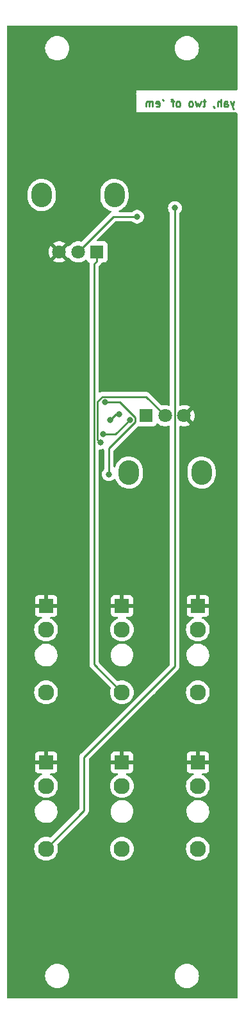
<source format=gbr>
%TF.GenerationSoftware,KiCad,Pcbnew,7.0.1*%
%TF.CreationDate,2023-04-20T06:23:29-07:00*%
%TF.ProjectId,wissystem_vca1,77697373-7973-4746-956d-5f766361312e,rev?*%
%TF.SameCoordinates,Original*%
%TF.FileFunction,Copper,L2,Bot*%
%TF.FilePolarity,Positive*%
%FSLAX46Y46*%
G04 Gerber Fmt 4.6, Leading zero omitted, Abs format (unit mm)*
G04 Created by KiCad (PCBNEW 7.0.1) date 2023-04-20 06:23:29*
%MOMM*%
%LPD*%
G01*
G04 APERTURE LIST*
%ADD10C,0.250000*%
%TA.AperFunction,NonConductor*%
%ADD11C,0.250000*%
%TD*%
%TA.AperFunction,ComponentPad*%
%ADD12O,2.720000X3.240000*%
%TD*%
%TA.AperFunction,ComponentPad*%
%ADD13R,1.800000X1.800000*%
%TD*%
%TA.AperFunction,ComponentPad*%
%ADD14C,1.800000*%
%TD*%
%TA.AperFunction,ComponentPad*%
%ADD15R,1.930000X1.830000*%
%TD*%
%TA.AperFunction,ComponentPad*%
%ADD16C,2.130000*%
%TD*%
%TA.AperFunction,ViaPad*%
%ADD17C,0.800000*%
%TD*%
%TA.AperFunction,Conductor*%
%ADD18C,0.250000*%
%TD*%
G04 APERTURE END LIST*
D10*
D11*
X50047542Y-30046552D02*
X49809447Y-30713219D01*
X49571352Y-30046552D02*
X49809447Y-30713219D01*
X49809447Y-30713219D02*
X49904685Y-30951314D01*
X49904685Y-30951314D02*
X49952304Y-30998933D01*
X49952304Y-30998933D02*
X50047542Y-31046552D01*
X48761828Y-30713219D02*
X48761828Y-30189409D01*
X48761828Y-30189409D02*
X48809447Y-30094171D01*
X48809447Y-30094171D02*
X48904685Y-30046552D01*
X48904685Y-30046552D02*
X49095161Y-30046552D01*
X49095161Y-30046552D02*
X49190399Y-30094171D01*
X48761828Y-30665600D02*
X48857066Y-30713219D01*
X48857066Y-30713219D02*
X49095161Y-30713219D01*
X49095161Y-30713219D02*
X49190399Y-30665600D01*
X49190399Y-30665600D02*
X49238018Y-30570361D01*
X49238018Y-30570361D02*
X49238018Y-30475123D01*
X49238018Y-30475123D02*
X49190399Y-30379885D01*
X49190399Y-30379885D02*
X49095161Y-30332266D01*
X49095161Y-30332266D02*
X48857066Y-30332266D01*
X48857066Y-30332266D02*
X48761828Y-30284647D01*
X48285637Y-30713219D02*
X48285637Y-29713219D01*
X47857066Y-30713219D02*
X47857066Y-30189409D01*
X47857066Y-30189409D02*
X47904685Y-30094171D01*
X47904685Y-30094171D02*
X47999923Y-30046552D01*
X47999923Y-30046552D02*
X48142780Y-30046552D01*
X48142780Y-30046552D02*
X48238018Y-30094171D01*
X48238018Y-30094171D02*
X48285637Y-30141790D01*
X47333256Y-30665600D02*
X47333256Y-30713219D01*
X47333256Y-30713219D02*
X47380875Y-30808457D01*
X47380875Y-30808457D02*
X47428494Y-30856076D01*
X46285637Y-30046552D02*
X45904685Y-30046552D01*
X46142780Y-29713219D02*
X46142780Y-30570361D01*
X46142780Y-30570361D02*
X46095161Y-30665600D01*
X46095161Y-30665600D02*
X45999923Y-30713219D01*
X45999923Y-30713219D02*
X45904685Y-30713219D01*
X45666589Y-30046552D02*
X45476113Y-30713219D01*
X45476113Y-30713219D02*
X45285637Y-30237028D01*
X45285637Y-30237028D02*
X45095161Y-30713219D01*
X45095161Y-30713219D02*
X44904685Y-30046552D01*
X44380875Y-30713219D02*
X44476113Y-30665600D01*
X44476113Y-30665600D02*
X44523732Y-30617980D01*
X44523732Y-30617980D02*
X44571351Y-30522742D01*
X44571351Y-30522742D02*
X44571351Y-30237028D01*
X44571351Y-30237028D02*
X44523732Y-30141790D01*
X44523732Y-30141790D02*
X44476113Y-30094171D01*
X44476113Y-30094171D02*
X44380875Y-30046552D01*
X44380875Y-30046552D02*
X44238018Y-30046552D01*
X44238018Y-30046552D02*
X44142780Y-30094171D01*
X44142780Y-30094171D02*
X44095161Y-30141790D01*
X44095161Y-30141790D02*
X44047542Y-30237028D01*
X44047542Y-30237028D02*
X44047542Y-30522742D01*
X44047542Y-30522742D02*
X44095161Y-30617980D01*
X44095161Y-30617980D02*
X44142780Y-30665600D01*
X44142780Y-30665600D02*
X44238018Y-30713219D01*
X44238018Y-30713219D02*
X44380875Y-30713219D01*
X42714208Y-30713219D02*
X42809446Y-30665600D01*
X42809446Y-30665600D02*
X42857065Y-30617980D01*
X42857065Y-30617980D02*
X42904684Y-30522742D01*
X42904684Y-30522742D02*
X42904684Y-30237028D01*
X42904684Y-30237028D02*
X42857065Y-30141790D01*
X42857065Y-30141790D02*
X42809446Y-30094171D01*
X42809446Y-30094171D02*
X42714208Y-30046552D01*
X42714208Y-30046552D02*
X42571351Y-30046552D01*
X42571351Y-30046552D02*
X42476113Y-30094171D01*
X42476113Y-30094171D02*
X42428494Y-30141790D01*
X42428494Y-30141790D02*
X42380875Y-30237028D01*
X42380875Y-30237028D02*
X42380875Y-30522742D01*
X42380875Y-30522742D02*
X42428494Y-30617980D01*
X42428494Y-30617980D02*
X42476113Y-30665600D01*
X42476113Y-30665600D02*
X42571351Y-30713219D01*
X42571351Y-30713219D02*
X42714208Y-30713219D01*
X42095160Y-30046552D02*
X41714208Y-30046552D01*
X41952303Y-30713219D02*
X41952303Y-29856076D01*
X41952303Y-29856076D02*
X41904684Y-29760838D01*
X41904684Y-29760838D02*
X41809446Y-29713219D01*
X41809446Y-29713219D02*
X41714208Y-29713219D01*
X40571350Y-29713219D02*
X40666588Y-29903695D01*
X39761827Y-30665600D02*
X39857065Y-30713219D01*
X39857065Y-30713219D02*
X40047541Y-30713219D01*
X40047541Y-30713219D02*
X40142779Y-30665600D01*
X40142779Y-30665600D02*
X40190398Y-30570361D01*
X40190398Y-30570361D02*
X40190398Y-30189409D01*
X40190398Y-30189409D02*
X40142779Y-30094171D01*
X40142779Y-30094171D02*
X40047541Y-30046552D01*
X40047541Y-30046552D02*
X39857065Y-30046552D01*
X39857065Y-30046552D02*
X39761827Y-30094171D01*
X39761827Y-30094171D02*
X39714208Y-30189409D01*
X39714208Y-30189409D02*
X39714208Y-30284647D01*
X39714208Y-30284647D02*
X40190398Y-30379885D01*
X39285636Y-30713219D02*
X39285636Y-30046552D01*
X39285636Y-30141790D02*
X39238017Y-30094171D01*
X39238017Y-30094171D02*
X39142779Y-30046552D01*
X39142779Y-30046552D02*
X38999922Y-30046552D01*
X38999922Y-30046552D02*
X38904684Y-30094171D01*
X38904684Y-30094171D02*
X38857065Y-30189409D01*
X38857065Y-30189409D02*
X38857065Y-30713219D01*
X38857065Y-30189409D02*
X38809446Y-30094171D01*
X38809446Y-30094171D02*
X38714208Y-30046552D01*
X38714208Y-30046552D02*
X38571351Y-30046552D01*
X38571351Y-30046552D02*
X38476112Y-30094171D01*
X38476112Y-30094171D02*
X38428493Y-30189409D01*
X38428493Y-30189409D02*
X38428493Y-30713219D01*
D12*
%TO.P,RV4,*%
%TO.N,*%
X34224000Y-42385600D03*
X24624000Y-42385600D03*
D13*
%TO.P,RV4,1,1*%
%TO.N,Net-(J_CV1-PadT)*%
X31924000Y-49885600D03*
D14*
%TO.P,RV4,2,2*%
%TO.N,Net-(U3A-+)*%
X29424000Y-49885600D03*
%TO.P,RV4,3,3*%
%TO.N,GND*%
X26924000Y-49885600D03*
%TD*%
D15*
%TO.P,J_OUT1,S*%
%TO.N,GND*%
X25196800Y-96651600D03*
D16*
%TO.P,J_OUT1,T*%
%TO.N,Net-(J_OUT1-PadT)*%
X25196800Y-108051600D03*
%TO.P,J_OUT1,TN*%
%TO.N,unconnected-(J_OUT1-PadTN)*%
X25196800Y-99751600D03*
%TD*%
%TO.P,J_CV2,TN*%
%TO.N,unconnected-(J_CV2-PadTN)*%
X35229800Y-120408400D03*
%TO.P,J_CV2,T*%
%TO.N,Net-(J_CV2-PadT)*%
X35229800Y-128708400D03*
D15*
%TO.P,J_CV2,S*%
%TO.N,GND*%
X35229800Y-117308400D03*
%TD*%
%TO.P,J_OUT2,S*%
%TO.N,GND*%
X25196800Y-117308400D03*
D16*
%TO.P,J_OUT2,T*%
%TO.N,Net-(J_OUT2-PadT)*%
X25196800Y-128708400D03*
%TO.P,J_OUT2,TN*%
%TO.N,unconnected-(J_OUT2-PadTN)*%
X25196800Y-120408400D03*
%TD*%
D15*
%TO.P,J_SIG3,S*%
%TO.N,GND*%
X45262800Y-117308400D03*
D16*
%TO.P,J_SIG3,T*%
%TO.N,Net-(J_SIG3-PadT)*%
X45262800Y-128708400D03*
%TO.P,J_SIG3,TN*%
%TO.N,unconnected-(J_SIG3-PadTN)*%
X45262800Y-120408400D03*
%TD*%
%TO.P,J_CV1,TN*%
%TO.N,unconnected-(J_CV1-PadTN)*%
X35229800Y-99751600D03*
%TO.P,J_CV1,T*%
%TO.N,Net-(J_CV1-PadT)*%
X35229800Y-108051600D03*
D15*
%TO.P,J_CV1,S*%
%TO.N,GND*%
X35229800Y-96651600D03*
%TD*%
D12*
%TO.P,RV1,*%
%TO.N,*%
X36144800Y-79026400D03*
X45744800Y-79026400D03*
D13*
%TO.P,RV1,1,1*%
%TO.N,Net-(J_CV2-PadT)*%
X38444800Y-71526400D03*
D14*
%TO.P,RV1,2,2*%
%TO.N,Net-(U1A-+)*%
X40944800Y-71526400D03*
%TO.P,RV1,3,3*%
%TO.N,GND*%
X43444800Y-71526400D03*
%TD*%
D15*
%TO.P,J_SIG1,S*%
%TO.N,GND*%
X45262800Y-96651600D03*
D16*
%TO.P,J_SIG1,T*%
%TO.N,Net-(J_SIG1-PadT)*%
X45262800Y-108051600D03*
%TO.P,J_SIG1,TN*%
%TO.N,unconnected-(J_SIG1-PadTN)*%
X45262800Y-99751600D03*
%TD*%
D17*
%TO.N,GND*%
X32918400Y-95351600D03*
X32816800Y-80975200D03*
X32867600Y-87934800D03*
X30276800Y-95351600D03*
X30276800Y-80975200D03*
X30022800Y-88087200D03*
X35356800Y-87985600D03*
X25958800Y-71932800D03*
X26060400Y-58877200D03*
%TO.N,Net-(U3A-+)*%
X37233500Y-45253500D03*
%TO.N,Net-(U1A-+)*%
X32400100Y-75067700D03*
%TO.N,Net-(U1B--)*%
X33636200Y-72126400D03*
X34883100Y-71322300D03*
%TO.N,Net-(R5-Pad1)*%
X32974500Y-69744800D03*
X33491700Y-79268500D03*
%TO.N,Net-(J_OUT2-PadT)*%
X42227100Y-44093100D03*
%TO.N,-12V*%
X32760200Y-73929500D03*
X36263500Y-72053700D03*
%TD*%
D18*
%TO.N,Net-(U3A-+)*%
X34056100Y-45253500D02*
X29424000Y-49885600D01*
X37233500Y-45253500D02*
X34056100Y-45253500D01*
%TO.N,Net-(U1A-+)*%
X32005100Y-74672700D02*
X32400100Y-75067700D01*
X32005100Y-69672700D02*
X32005100Y-74672700D01*
X32669400Y-69008400D02*
X32005100Y-69672700D01*
X38426800Y-69008400D02*
X32669400Y-69008400D01*
X40944800Y-71526400D02*
X38426800Y-69008400D01*
%TO.N,Net-(U1B--)*%
X34440300Y-71322300D02*
X33636200Y-72126400D01*
X34883100Y-71322300D02*
X34440300Y-71322300D01*
%TO.N,Net-(R5-Pad1)*%
X34980100Y-69744800D02*
X32974500Y-69744800D01*
X36988600Y-71753300D02*
X34980100Y-69744800D01*
X36988600Y-72354100D02*
X36988600Y-71753300D01*
X33491700Y-75851000D02*
X36988600Y-72354100D01*
X33491700Y-79268500D02*
X33491700Y-75851000D01*
%TO.N,Net-(J_OUT2-PadT)*%
X42194800Y-44125400D02*
X42227100Y-44093100D01*
X42194800Y-104625400D02*
X42194800Y-44125400D01*
X30213300Y-116606900D02*
X42194800Y-104625400D01*
X30213300Y-123691900D02*
X30213300Y-116606900D01*
X25196800Y-128708400D02*
X30213300Y-123691900D01*
%TO.N,Net-(J_CV1-PadT)*%
X31924000Y-49885600D02*
X31924000Y-51110700D01*
X31555000Y-104376800D02*
X35229800Y-108051600D01*
X31555000Y-51479700D02*
X31555000Y-104376800D01*
X31924000Y-51110700D02*
X31555000Y-51479700D01*
%TO.N,-12V*%
X34387700Y-73929500D02*
X36263500Y-72053700D01*
X32760200Y-73929500D02*
X34387700Y-73929500D01*
%TD*%
%TA.AperFunction,Conductor*%
%TO.N,GND*%
G36*
X50417500Y-20017113D02*
G01*
X50462887Y-20062500D01*
X50479500Y-20124500D01*
X50479500Y-28443243D01*
X50462887Y-28505243D01*
X50417500Y-28550630D01*
X50355500Y-28567243D01*
X37122042Y-28567243D01*
X37122042Y-28875500D01*
X37105429Y-28937500D01*
X37060042Y-28982887D01*
X36998042Y-28999500D01*
X36499900Y-28999500D01*
X36499618Y-28999616D01*
X36499616Y-28999618D01*
X36499459Y-28999999D01*
X36499459Y-29000000D01*
X36499617Y-29000383D01*
X36499758Y-29000441D01*
X36499900Y-29000500D01*
X36499901Y-29000500D01*
X36998042Y-29000500D01*
X37060042Y-29017113D01*
X37105429Y-29062500D01*
X37122042Y-29124500D01*
X37122042Y-31478957D01*
X50355500Y-31478957D01*
X50417500Y-31495570D01*
X50462887Y-31540957D01*
X50479500Y-31602957D01*
X50479500Y-148375500D01*
X50462887Y-148437500D01*
X50417500Y-148482887D01*
X50355500Y-148499500D01*
X20124500Y-148499500D01*
X20062500Y-148482887D01*
X20017113Y-148437500D01*
X20000500Y-148375500D01*
X20000500Y-145500000D01*
X25074551Y-145500000D01*
X25094317Y-145751149D01*
X25153126Y-145996110D01*
X25156100Y-146003289D01*
X25249534Y-146228859D01*
X25381164Y-146443659D01*
X25544776Y-146635224D01*
X25736341Y-146798836D01*
X25951141Y-146930466D01*
X26183889Y-147026873D01*
X26428852Y-147085683D01*
X26680000Y-147105449D01*
X26931148Y-147085683D01*
X27176111Y-147026873D01*
X27408859Y-146930466D01*
X27623659Y-146798836D01*
X27815224Y-146635224D01*
X27978836Y-146443659D01*
X28110466Y-146228859D01*
X28206873Y-145996111D01*
X28265683Y-145751148D01*
X28285449Y-145500000D01*
X42194551Y-145500000D01*
X42214317Y-145751149D01*
X42273126Y-145996110D01*
X42276100Y-146003289D01*
X42369534Y-146228859D01*
X42501164Y-146443659D01*
X42664776Y-146635224D01*
X42856341Y-146798836D01*
X43071141Y-146930466D01*
X43303889Y-147026873D01*
X43548852Y-147085683D01*
X43800000Y-147105449D01*
X44051148Y-147085683D01*
X44296111Y-147026873D01*
X44528859Y-146930466D01*
X44743659Y-146798836D01*
X44935224Y-146635224D01*
X45098836Y-146443659D01*
X45230466Y-146228859D01*
X45326873Y-145996111D01*
X45385683Y-145751148D01*
X45405449Y-145500000D01*
X45385683Y-145248852D01*
X45326873Y-145003889D01*
X45230466Y-144771141D01*
X45098836Y-144556341D01*
X44935224Y-144364776D01*
X44743659Y-144201164D01*
X44528859Y-144069534D01*
X44412485Y-144021330D01*
X44296110Y-143973126D01*
X44051149Y-143914317D01*
X43800000Y-143894551D01*
X43548850Y-143914317D01*
X43303889Y-143973126D01*
X43071139Y-144069535D01*
X42856342Y-144201163D01*
X42664776Y-144364776D01*
X42501163Y-144556342D01*
X42369535Y-144771139D01*
X42273126Y-145003889D01*
X42214317Y-145248850D01*
X42194551Y-145500000D01*
X28285449Y-145500000D01*
X28265683Y-145248852D01*
X28206873Y-145003889D01*
X28110466Y-144771141D01*
X27978836Y-144556341D01*
X27815224Y-144364776D01*
X27623659Y-144201164D01*
X27408859Y-144069534D01*
X27292485Y-144021330D01*
X27176110Y-143973126D01*
X26931149Y-143914317D01*
X26680000Y-143894551D01*
X26428850Y-143914317D01*
X26183889Y-143973126D01*
X25951139Y-144069535D01*
X25736342Y-144201163D01*
X25544776Y-144364776D01*
X25381163Y-144556342D01*
X25249535Y-144771139D01*
X25153126Y-145003889D01*
X25094317Y-145248850D01*
X25074551Y-145500000D01*
X20000500Y-145500000D01*
X20000500Y-138000000D01*
X21499459Y-138000000D01*
X21499617Y-138000383D01*
X21499759Y-138000441D01*
X21499900Y-138000500D01*
X21499901Y-138000500D01*
X24500099Y-138000500D01*
X24500100Y-138000500D01*
X24500193Y-138000460D01*
X24500383Y-138000383D01*
X24500541Y-138000000D01*
X26499459Y-138000000D01*
X26499617Y-138000383D01*
X26499759Y-138000441D01*
X26499900Y-138000500D01*
X26499901Y-138000500D01*
X29500099Y-138000500D01*
X29500100Y-138000500D01*
X29500193Y-138000460D01*
X29500383Y-138000383D01*
X29500541Y-138000000D01*
X31499459Y-138000000D01*
X31499617Y-138000383D01*
X31499759Y-138000441D01*
X31499900Y-138000500D01*
X31499901Y-138000500D01*
X34500099Y-138000500D01*
X34500100Y-138000500D01*
X34500193Y-138000460D01*
X34500383Y-138000383D01*
X34500541Y-138000000D01*
X36499459Y-138000000D01*
X36499617Y-138000383D01*
X36499759Y-138000441D01*
X36499900Y-138000500D01*
X36499901Y-138000500D01*
X39500099Y-138000500D01*
X39500100Y-138000500D01*
X39500193Y-138000460D01*
X39500383Y-138000383D01*
X39500541Y-138000000D01*
X41499459Y-138000000D01*
X41499617Y-138000383D01*
X41499759Y-138000441D01*
X41499900Y-138000500D01*
X41499901Y-138000500D01*
X44500099Y-138000500D01*
X44500100Y-138000500D01*
X44500193Y-138000460D01*
X44500383Y-138000383D01*
X44500541Y-138000000D01*
X46499459Y-138000000D01*
X46499617Y-138000383D01*
X46499759Y-138000441D01*
X46499900Y-138000500D01*
X46499901Y-138000500D01*
X49500099Y-138000500D01*
X49500100Y-138000500D01*
X49500193Y-138000460D01*
X49500383Y-138000383D01*
X49500541Y-138000000D01*
X49500383Y-137999617D01*
X49500381Y-137999616D01*
X49500100Y-137999500D01*
X49500099Y-137999500D01*
X46499901Y-137999500D01*
X46499900Y-137999500D01*
X46499618Y-137999616D01*
X46499616Y-137999618D01*
X46499459Y-137999999D01*
X46499459Y-138000000D01*
X44500541Y-138000000D01*
X44500383Y-137999617D01*
X44500381Y-137999616D01*
X44500100Y-137999500D01*
X44500099Y-137999500D01*
X41499901Y-137999500D01*
X41499900Y-137999500D01*
X41499618Y-137999616D01*
X41499616Y-137999618D01*
X41499459Y-137999999D01*
X41499459Y-138000000D01*
X39500541Y-138000000D01*
X39500383Y-137999617D01*
X39500381Y-137999616D01*
X39500100Y-137999500D01*
X39500099Y-137999500D01*
X36499901Y-137999500D01*
X36499900Y-137999500D01*
X36499618Y-137999616D01*
X36499616Y-137999618D01*
X36499459Y-137999999D01*
X36499459Y-138000000D01*
X34500541Y-138000000D01*
X34500383Y-137999617D01*
X34500381Y-137999616D01*
X34500100Y-137999500D01*
X34500099Y-137999500D01*
X31499901Y-137999500D01*
X31499900Y-137999500D01*
X31499618Y-137999616D01*
X31499616Y-137999618D01*
X31499459Y-137999999D01*
X31499459Y-138000000D01*
X29500541Y-138000000D01*
X29500383Y-137999617D01*
X29500381Y-137999616D01*
X29500100Y-137999500D01*
X29500099Y-137999500D01*
X26499901Y-137999500D01*
X26499900Y-137999500D01*
X26499618Y-137999616D01*
X26499616Y-137999618D01*
X26499459Y-137999999D01*
X26499459Y-138000000D01*
X24500541Y-138000000D01*
X24500383Y-137999617D01*
X24500381Y-137999616D01*
X24500100Y-137999500D01*
X24500099Y-137999500D01*
X21499901Y-137999500D01*
X21499900Y-137999500D01*
X21499618Y-137999616D01*
X21499616Y-137999618D01*
X21499459Y-137999999D01*
X21499459Y-138000000D01*
X20000500Y-138000000D01*
X20000500Y-128708400D01*
X23626459Y-128708400D01*
X23645793Y-128954056D01*
X23703316Y-129193661D01*
X23750466Y-129307491D01*
X23797616Y-129421320D01*
X23926367Y-129631423D01*
X24086401Y-129818799D01*
X24273777Y-129978833D01*
X24483880Y-130107584D01*
X24711538Y-130201883D01*
X24951145Y-130259407D01*
X25196800Y-130278741D01*
X25442455Y-130259407D01*
X25682062Y-130201883D01*
X25909720Y-130107584D01*
X26119823Y-129978833D01*
X26307199Y-129818799D01*
X26467233Y-129631423D01*
X26595984Y-129421320D01*
X26690283Y-129193662D01*
X26747807Y-128954055D01*
X26767141Y-128708400D01*
X33659459Y-128708400D01*
X33678793Y-128954056D01*
X33736316Y-129193661D01*
X33783466Y-129307491D01*
X33830616Y-129421320D01*
X33959367Y-129631423D01*
X34119401Y-129818799D01*
X34306777Y-129978833D01*
X34516880Y-130107584D01*
X34744538Y-130201883D01*
X34984145Y-130259407D01*
X35229800Y-130278741D01*
X35475455Y-130259407D01*
X35715062Y-130201883D01*
X35942720Y-130107584D01*
X36152823Y-129978833D01*
X36340199Y-129818799D01*
X36500233Y-129631423D01*
X36628984Y-129421320D01*
X36723283Y-129193662D01*
X36780807Y-128954055D01*
X36800141Y-128708400D01*
X43692459Y-128708400D01*
X43711793Y-128954056D01*
X43769316Y-129193661D01*
X43816466Y-129307491D01*
X43863616Y-129421320D01*
X43992367Y-129631423D01*
X44152401Y-129818799D01*
X44339777Y-129978833D01*
X44549880Y-130107584D01*
X44777538Y-130201883D01*
X45017145Y-130259407D01*
X45262800Y-130278741D01*
X45508455Y-130259407D01*
X45748062Y-130201883D01*
X45975720Y-130107584D01*
X46185823Y-129978833D01*
X46373199Y-129818799D01*
X46533233Y-129631423D01*
X46661984Y-129421320D01*
X46756283Y-129193662D01*
X46813807Y-128954055D01*
X46833141Y-128708400D01*
X46813807Y-128462745D01*
X46756283Y-128223138D01*
X46661984Y-127995480D01*
X46533233Y-127785377D01*
X46373199Y-127598001D01*
X46185823Y-127437967D01*
X45975720Y-127309216D01*
X45835481Y-127251127D01*
X45748061Y-127214916D01*
X45508456Y-127157393D01*
X45262800Y-127138059D01*
X45017143Y-127157393D01*
X44777538Y-127214916D01*
X44549878Y-127309217D01*
X44339778Y-127437966D01*
X44152401Y-127598001D01*
X43992366Y-127785378D01*
X43863617Y-127995478D01*
X43769316Y-128223138D01*
X43711793Y-128462743D01*
X43692459Y-128708400D01*
X36800141Y-128708400D01*
X36780807Y-128462745D01*
X36723283Y-128223138D01*
X36628984Y-127995480D01*
X36500233Y-127785377D01*
X36340199Y-127598001D01*
X36152823Y-127437967D01*
X35942720Y-127309216D01*
X35802481Y-127251127D01*
X35715061Y-127214916D01*
X35475456Y-127157393D01*
X35229800Y-127138059D01*
X34984143Y-127157393D01*
X34744538Y-127214916D01*
X34516878Y-127309217D01*
X34306778Y-127437966D01*
X34119401Y-127598001D01*
X33959366Y-127785378D01*
X33830617Y-127995478D01*
X33736316Y-128223138D01*
X33678793Y-128462743D01*
X33659459Y-128708400D01*
X26767141Y-128708400D01*
X26747807Y-128462745D01*
X26690283Y-128223138D01*
X26685779Y-128212265D01*
X26676339Y-128164814D01*
X26685777Y-128117360D01*
X26712655Y-128077133D01*
X30597089Y-124192700D01*
X30613185Y-124179806D01*
X30615173Y-124177687D01*
X30615177Y-124177686D01*
X30661248Y-124128623D01*
X30663866Y-124125923D01*
X30683420Y-124106371D01*
X30685881Y-124103198D01*
X30693456Y-124094327D01*
X30723362Y-124062482D01*
X30733017Y-124044918D01*
X30743694Y-124028664D01*
X30755973Y-124012836D01*
X30773318Y-123972752D01*
X30778460Y-123962256D01*
X30799497Y-123923992D01*
X30804479Y-123904584D01*
X30810781Y-123886180D01*
X30818737Y-123867796D01*
X30825569Y-123824652D01*
X30827933Y-123813238D01*
X30834311Y-123788399D01*
X33724659Y-123788399D01*
X33726455Y-123861928D01*
X33758649Y-124106470D01*
X33784850Y-124192705D01*
X33830355Y-124342479D01*
X33939642Y-124563605D01*
X34083577Y-124763912D01*
X34258295Y-124938021D01*
X34459103Y-125081256D01*
X34680609Y-125189770D01*
X34916864Y-125260650D01*
X35161522Y-125291992D01*
X35408015Y-125282953D01*
X35649721Y-125233777D01*
X35880150Y-125145785D01*
X36093113Y-125021339D01*
X36282892Y-124863782D01*
X36444389Y-124677345D01*
X36573268Y-124467034D01*
X36666066Y-124238499D01*
X36720293Y-123997875D01*
X36732372Y-123788399D01*
X43757659Y-123788399D01*
X43759455Y-123861928D01*
X43791649Y-124106470D01*
X43817850Y-124192705D01*
X43863355Y-124342479D01*
X43972642Y-124563605D01*
X44116577Y-124763912D01*
X44291295Y-124938021D01*
X44492103Y-125081256D01*
X44713609Y-125189770D01*
X44949864Y-125260650D01*
X45194522Y-125291992D01*
X45441015Y-125282953D01*
X45682721Y-125233777D01*
X45913150Y-125145785D01*
X46126113Y-125021339D01*
X46315892Y-124863782D01*
X46477389Y-124677345D01*
X46606268Y-124467034D01*
X46699066Y-124238499D01*
X46753293Y-123997875D01*
X46767492Y-123751626D01*
X46741281Y-123506365D01*
X46741281Y-123506363D01*
X46675364Y-123268676D01*
X46586457Y-123077144D01*
X46571512Y-123044948D01*
X46432514Y-122841184D01*
X46425270Y-122833604D01*
X46262104Y-122662858D01*
X46091461Y-122534737D01*
X46064854Y-122514760D01*
X46048829Y-122506418D01*
X45846067Y-122400866D01*
X45611611Y-122324234D01*
X45367796Y-122286925D01*
X45367793Y-122286925D01*
X45275303Y-122288055D01*
X45121149Y-122289939D01*
X44878319Y-122333192D01*
X44687220Y-122400866D01*
X44645808Y-122415531D01*
X44466056Y-122514759D01*
X44429866Y-122534737D01*
X44236296Y-122687609D01*
X44070293Y-122870044D01*
X43936312Y-123077147D01*
X43837958Y-123303343D01*
X43777869Y-123542569D01*
X43757659Y-123788399D01*
X36732372Y-123788399D01*
X36734492Y-123751626D01*
X36708281Y-123506365D01*
X36708281Y-123506363D01*
X36642364Y-123268676D01*
X36553457Y-123077144D01*
X36538512Y-123044948D01*
X36399514Y-122841184D01*
X36392270Y-122833604D01*
X36229104Y-122662858D01*
X36058461Y-122534737D01*
X36031854Y-122514760D01*
X36015829Y-122506418D01*
X35813067Y-122400866D01*
X35578611Y-122324234D01*
X35334796Y-122286925D01*
X35334793Y-122286925D01*
X35242303Y-122288055D01*
X35088149Y-122289939D01*
X34845319Y-122333192D01*
X34654220Y-122400866D01*
X34612808Y-122415531D01*
X34433056Y-122514759D01*
X34396866Y-122534737D01*
X34203296Y-122687609D01*
X34037293Y-122870044D01*
X33903312Y-123077147D01*
X33804958Y-123303343D01*
X33744869Y-123542569D01*
X33724659Y-123788399D01*
X30834311Y-123788399D01*
X30838800Y-123770919D01*
X30838800Y-123750884D01*
X30840327Y-123731485D01*
X30840368Y-123731221D01*
X30843460Y-123711704D01*
X30839350Y-123668225D01*
X30838800Y-123656556D01*
X30838800Y-120408400D01*
X33659459Y-120408400D01*
X33678793Y-120654056D01*
X33736316Y-120893661D01*
X33783466Y-121007491D01*
X33830616Y-121121320D01*
X33959367Y-121331423D01*
X34119401Y-121518799D01*
X34306777Y-121678833D01*
X34516880Y-121807584D01*
X34744538Y-121901883D01*
X34984145Y-121959407D01*
X35229800Y-121978741D01*
X35475455Y-121959407D01*
X35715062Y-121901883D01*
X35942720Y-121807584D01*
X36152823Y-121678833D01*
X36340199Y-121518799D01*
X36500233Y-121331423D01*
X36628984Y-121121320D01*
X36723283Y-120893662D01*
X36780807Y-120654055D01*
X36800141Y-120408400D01*
X43692459Y-120408400D01*
X43711793Y-120654056D01*
X43769316Y-120893661D01*
X43816466Y-121007491D01*
X43863616Y-121121320D01*
X43992367Y-121331423D01*
X44152401Y-121518799D01*
X44339777Y-121678833D01*
X44549880Y-121807584D01*
X44777538Y-121901883D01*
X45017145Y-121959407D01*
X45262800Y-121978741D01*
X45508455Y-121959407D01*
X45748062Y-121901883D01*
X45975720Y-121807584D01*
X46185823Y-121678833D01*
X46373199Y-121518799D01*
X46533233Y-121331423D01*
X46661984Y-121121320D01*
X46756283Y-120893662D01*
X46813807Y-120654055D01*
X46833141Y-120408400D01*
X46813807Y-120162745D01*
X46756283Y-119923138D01*
X46661984Y-119695480D01*
X46533233Y-119485377D01*
X46373199Y-119298001D01*
X46185823Y-119137967D01*
X45975720Y-119009216D01*
X45861635Y-118961960D01*
X45808771Y-118920285D01*
X45785471Y-118857129D01*
X45798604Y-118791105D01*
X45844299Y-118741673D01*
X45909089Y-118723400D01*
X46275624Y-118723400D01*
X46335175Y-118716997D01*
X46469889Y-118666752D01*
X46584988Y-118580588D01*
X46671152Y-118465489D01*
X46721397Y-118330775D01*
X46727800Y-118271224D01*
X46727800Y-117558400D01*
X43797800Y-117558400D01*
X43797800Y-118271224D01*
X43804202Y-118330775D01*
X43854447Y-118465489D01*
X43940611Y-118580588D01*
X44055710Y-118666752D01*
X44190424Y-118716997D01*
X44249976Y-118723400D01*
X44616511Y-118723400D01*
X44681301Y-118741673D01*
X44726996Y-118791105D01*
X44740129Y-118857129D01*
X44716829Y-118920285D01*
X44663964Y-118961961D01*
X44549878Y-119009217D01*
X44339778Y-119137966D01*
X44152401Y-119298001D01*
X43992366Y-119485378D01*
X43863617Y-119695478D01*
X43769316Y-119923138D01*
X43711793Y-120162743D01*
X43692459Y-120408400D01*
X36800141Y-120408400D01*
X36780807Y-120162745D01*
X36723283Y-119923138D01*
X36628984Y-119695480D01*
X36500233Y-119485377D01*
X36340199Y-119298001D01*
X36152823Y-119137967D01*
X35942720Y-119009216D01*
X35828635Y-118961960D01*
X35775771Y-118920285D01*
X35752471Y-118857129D01*
X35765604Y-118791105D01*
X35811299Y-118741673D01*
X35876089Y-118723400D01*
X36242624Y-118723400D01*
X36302175Y-118716997D01*
X36436889Y-118666752D01*
X36551988Y-118580588D01*
X36638152Y-118465489D01*
X36688397Y-118330775D01*
X36694800Y-118271224D01*
X36694800Y-117558400D01*
X33764800Y-117558400D01*
X33764800Y-118271224D01*
X33771202Y-118330775D01*
X33821447Y-118465489D01*
X33907611Y-118580588D01*
X34022710Y-118666752D01*
X34157424Y-118716997D01*
X34216976Y-118723400D01*
X34583511Y-118723400D01*
X34648301Y-118741673D01*
X34693996Y-118791105D01*
X34707129Y-118857129D01*
X34683829Y-118920285D01*
X34630964Y-118961961D01*
X34516878Y-119009217D01*
X34306778Y-119137966D01*
X34119401Y-119298001D01*
X33959366Y-119485378D01*
X33830617Y-119695478D01*
X33736316Y-119923138D01*
X33678793Y-120162743D01*
X33659459Y-120408400D01*
X30838800Y-120408400D01*
X30838800Y-117058400D01*
X33764800Y-117058400D01*
X34979800Y-117058400D01*
X34979800Y-115893400D01*
X35479800Y-115893400D01*
X35479800Y-117058400D01*
X36694800Y-117058400D01*
X43797800Y-117058400D01*
X45012800Y-117058400D01*
X45012800Y-115893400D01*
X45512800Y-115893400D01*
X45512800Y-117058400D01*
X46727800Y-117058400D01*
X46727800Y-116345576D01*
X46721397Y-116286024D01*
X46671152Y-116151310D01*
X46584988Y-116036211D01*
X46469889Y-115950047D01*
X46335175Y-115899802D01*
X46275624Y-115893400D01*
X45512800Y-115893400D01*
X45012800Y-115893400D01*
X44249976Y-115893400D01*
X44190424Y-115899802D01*
X44055710Y-115950047D01*
X43940611Y-116036211D01*
X43854447Y-116151310D01*
X43804202Y-116286024D01*
X43797800Y-116345576D01*
X43797800Y-117058400D01*
X36694800Y-117058400D01*
X36694800Y-116345576D01*
X36688397Y-116286024D01*
X36638152Y-116151310D01*
X36551988Y-116036211D01*
X36436889Y-115950047D01*
X36302175Y-115899802D01*
X36242624Y-115893400D01*
X35479800Y-115893400D01*
X34979800Y-115893400D01*
X34216976Y-115893400D01*
X34157424Y-115899802D01*
X34022710Y-115950047D01*
X33907611Y-116036211D01*
X33821447Y-116151310D01*
X33771202Y-116286024D01*
X33764800Y-116345576D01*
X33764800Y-117058400D01*
X30838800Y-117058400D01*
X30838800Y-116917352D01*
X30848239Y-116869899D01*
X30875119Y-116829671D01*
X39407534Y-108297255D01*
X39653189Y-108051600D01*
X43692459Y-108051600D01*
X43711793Y-108297256D01*
X43769316Y-108536861D01*
X43816466Y-108650690D01*
X43863616Y-108764520D01*
X43992367Y-108974623D01*
X44152401Y-109161999D01*
X44339777Y-109322033D01*
X44549880Y-109450784D01*
X44777538Y-109545083D01*
X45017145Y-109602607D01*
X45262800Y-109621941D01*
X45508455Y-109602607D01*
X45748062Y-109545083D01*
X45975720Y-109450784D01*
X46185823Y-109322033D01*
X46373199Y-109161999D01*
X46533233Y-108974623D01*
X46661984Y-108764520D01*
X46756283Y-108536862D01*
X46813807Y-108297255D01*
X46833141Y-108051600D01*
X46813807Y-107805945D01*
X46756283Y-107566338D01*
X46661984Y-107338680D01*
X46533233Y-107128577D01*
X46373199Y-106941201D01*
X46185823Y-106781167D01*
X45975720Y-106652416D01*
X45835481Y-106594327D01*
X45748061Y-106558116D01*
X45508456Y-106500593D01*
X45262800Y-106481259D01*
X45017143Y-106500593D01*
X44777538Y-106558116D01*
X44549878Y-106652417D01*
X44339778Y-106781166D01*
X44152401Y-106941201D01*
X43992366Y-107128578D01*
X43863617Y-107338678D01*
X43769316Y-107566338D01*
X43711793Y-107805943D01*
X43692459Y-108051600D01*
X39653189Y-108051600D01*
X42578586Y-105126202D01*
X42594687Y-105113304D01*
X42596674Y-105111187D01*
X42596677Y-105111186D01*
X42642732Y-105062141D01*
X42645413Y-105059376D01*
X42664920Y-105039870D01*
X42667381Y-105036695D01*
X42674952Y-105027831D01*
X42704862Y-104995982D01*
X42714512Y-104978427D01*
X42725200Y-104962157D01*
X42737473Y-104946336D01*
X42754822Y-104906241D01*
X42759957Y-104895762D01*
X42780996Y-104857493D01*
X42780997Y-104857492D01*
X42785978Y-104838090D01*
X42792278Y-104819687D01*
X42800238Y-104801295D01*
X42807070Y-104758148D01*
X42809439Y-104746715D01*
X42820300Y-104704420D01*
X42820300Y-104684384D01*
X42821827Y-104664985D01*
X42824960Y-104645204D01*
X42820850Y-104601725D01*
X42820300Y-104590056D01*
X42820300Y-103131599D01*
X43757659Y-103131599D01*
X43759455Y-103205128D01*
X43791649Y-103449670D01*
X43831762Y-103581694D01*
X43863355Y-103685679D01*
X43972642Y-103906805D01*
X44116577Y-104107112D01*
X44291295Y-104281221D01*
X44492103Y-104424456D01*
X44713609Y-104532970D01*
X44949864Y-104603850D01*
X45194522Y-104635192D01*
X45441015Y-104626153D01*
X45682721Y-104576977D01*
X45913150Y-104488985D01*
X46126113Y-104364539D01*
X46315892Y-104206982D01*
X46477389Y-104020545D01*
X46606268Y-103810234D01*
X46699066Y-103581699D01*
X46753293Y-103341075D01*
X46767492Y-103094826D01*
X46741281Y-102849565D01*
X46741281Y-102849563D01*
X46675364Y-102611876D01*
X46586457Y-102420344D01*
X46571512Y-102388148D01*
X46432514Y-102184384D01*
X46425270Y-102176804D01*
X46262104Y-102006058D01*
X46091461Y-101877937D01*
X46064854Y-101857960D01*
X46048829Y-101849618D01*
X45846067Y-101744066D01*
X45611611Y-101667434D01*
X45367796Y-101630125D01*
X45367793Y-101630125D01*
X45275303Y-101631255D01*
X45121149Y-101633139D01*
X44878319Y-101676392D01*
X44687220Y-101744066D01*
X44645808Y-101758731D01*
X44466056Y-101857959D01*
X44429866Y-101877937D01*
X44236296Y-102030809D01*
X44070293Y-102213244D01*
X43936312Y-102420347D01*
X43837958Y-102646543D01*
X43777869Y-102885769D01*
X43757659Y-103131599D01*
X42820300Y-103131599D01*
X42820300Y-99751600D01*
X43692459Y-99751600D01*
X43711793Y-99997256D01*
X43769316Y-100236861D01*
X43816466Y-100350691D01*
X43863616Y-100464520D01*
X43992367Y-100674623D01*
X44152401Y-100861999D01*
X44339777Y-101022033D01*
X44549880Y-101150784D01*
X44777538Y-101245083D01*
X45017145Y-101302607D01*
X45262800Y-101321941D01*
X45508455Y-101302607D01*
X45748062Y-101245083D01*
X45975720Y-101150784D01*
X46185823Y-101022033D01*
X46373199Y-100861999D01*
X46533233Y-100674623D01*
X46661984Y-100464520D01*
X46756283Y-100236862D01*
X46813807Y-99997255D01*
X46833141Y-99751600D01*
X46813807Y-99505945D01*
X46756283Y-99266338D01*
X46661984Y-99038680D01*
X46533233Y-98828577D01*
X46373199Y-98641201D01*
X46185823Y-98481167D01*
X45975720Y-98352416D01*
X45861635Y-98305160D01*
X45808771Y-98263485D01*
X45785471Y-98200329D01*
X45798604Y-98134305D01*
X45844299Y-98084873D01*
X45909089Y-98066600D01*
X46275624Y-98066600D01*
X46335175Y-98060197D01*
X46469889Y-98009952D01*
X46584988Y-97923788D01*
X46671152Y-97808689D01*
X46721397Y-97673975D01*
X46727800Y-97614424D01*
X46727800Y-96901600D01*
X43797800Y-96901600D01*
X43797800Y-97614424D01*
X43804202Y-97673975D01*
X43854447Y-97808689D01*
X43940611Y-97923788D01*
X44055710Y-98009952D01*
X44190424Y-98060197D01*
X44249976Y-98066600D01*
X44616511Y-98066600D01*
X44681301Y-98084873D01*
X44726996Y-98134305D01*
X44740129Y-98200329D01*
X44716829Y-98263485D01*
X44663964Y-98305161D01*
X44549878Y-98352417D01*
X44339778Y-98481166D01*
X44152401Y-98641201D01*
X43992366Y-98828578D01*
X43863617Y-99038678D01*
X43769316Y-99266338D01*
X43711793Y-99505943D01*
X43692459Y-99751600D01*
X42820300Y-99751600D01*
X42820300Y-96401600D01*
X43797800Y-96401600D01*
X45012800Y-96401600D01*
X45012800Y-95236600D01*
X45512800Y-95236600D01*
X45512800Y-96401600D01*
X46727800Y-96401600D01*
X46727800Y-95688776D01*
X46721397Y-95629224D01*
X46671152Y-95494510D01*
X46584988Y-95379411D01*
X46469889Y-95293247D01*
X46335175Y-95243002D01*
X46275624Y-95236600D01*
X45512800Y-95236600D01*
X45012800Y-95236600D01*
X44249976Y-95236600D01*
X44190424Y-95243002D01*
X44055710Y-95293247D01*
X43940611Y-95379411D01*
X43854447Y-95494510D01*
X43804202Y-95629224D01*
X43797800Y-95688776D01*
X43797800Y-96401600D01*
X42820300Y-96401600D01*
X42820300Y-79354403D01*
X43884300Y-79354403D01*
X43899202Y-79558017D01*
X43958416Y-79823838D01*
X44007744Y-79952810D01*
X44055707Y-80078214D01*
X44188996Y-80315710D01*
X44272220Y-80423489D01*
X44355445Y-80531269D01*
X44551504Y-80720294D01*
X44772999Y-80878759D01*
X44902706Y-80945446D01*
X45015203Y-81003285D01*
X45272959Y-81091219D01*
X45272961Y-81091219D01*
X45272963Y-81091220D01*
X45540770Y-81140686D01*
X45812930Y-81150632D01*
X45812930Y-81150631D01*
X45812931Y-81150632D01*
X46083639Y-81120846D01*
X46347126Y-81051962D01*
X46597775Y-80945447D01*
X46830244Y-80803573D01*
X47039579Y-80629363D01*
X47221318Y-80426531D01*
X47371588Y-80199398D01*
X47487186Y-79952806D01*
X47565647Y-79692011D01*
X47605300Y-79422571D01*
X47605300Y-78698400D01*
X47601961Y-78652786D01*
X47590397Y-78494782D01*
X47531183Y-78228961D01*
X47481857Y-78099994D01*
X47433893Y-77974586D01*
X47300604Y-77737090D01*
X47192823Y-77597510D01*
X47134154Y-77521530D01*
X46938095Y-77332505D01*
X46716600Y-77174040D01*
X46474402Y-77049517D01*
X46474398Y-77049515D01*
X46474397Y-77049515D01*
X46331713Y-77000838D01*
X46216636Y-76961579D01*
X45948829Y-76912113D01*
X45676669Y-76902167D01*
X45405962Y-76931953D01*
X45142474Y-77000838D01*
X44891824Y-77107353D01*
X44659356Y-77249226D01*
X44450023Y-77423435D01*
X44268280Y-77626271D01*
X44118010Y-77853405D01*
X44002415Y-78099989D01*
X43942367Y-78299583D01*
X43923953Y-78360789D01*
X43886187Y-78617412D01*
X43884300Y-78630232D01*
X43884300Y-79354403D01*
X42820300Y-79354403D01*
X42820300Y-72965884D01*
X42834049Y-72909133D01*
X42872246Y-72864967D01*
X42926422Y-72843180D01*
X42984563Y-72848603D01*
X43099940Y-72888211D01*
X43328793Y-72926400D01*
X43560807Y-72926400D01*
X43789659Y-72888211D01*
X44009096Y-72812878D01*
X44213153Y-72702448D01*
X44243598Y-72678751D01*
X43178928Y-71614081D01*
X43146834Y-71558494D01*
X43146834Y-71526400D01*
X43798353Y-71526400D01*
X44595986Y-72324034D01*
X44680283Y-72195007D01*
X44773480Y-71982538D01*
X44830438Y-71757617D01*
X44849598Y-71526400D01*
X44830438Y-71295182D01*
X44773480Y-71070260D01*
X44680284Y-70857792D01*
X44595986Y-70728764D01*
X43798353Y-71526400D01*
X43146834Y-71526400D01*
X43146834Y-71494306D01*
X43178928Y-71438719D01*
X44243599Y-70374047D01*
X44213149Y-70350348D01*
X44009099Y-70239922D01*
X43789659Y-70164588D01*
X43560807Y-70126400D01*
X43328793Y-70126400D01*
X43099940Y-70164588D01*
X42984563Y-70204197D01*
X42926422Y-70209620D01*
X42872246Y-70187833D01*
X42834049Y-70143667D01*
X42820300Y-70086916D01*
X42820300Y-44827660D01*
X42828536Y-44783222D01*
X42852150Y-44744688D01*
X42959633Y-44625316D01*
X43054279Y-44461384D01*
X43070597Y-44411162D01*
X43112774Y-44281356D01*
X43132560Y-44093100D01*
X43112774Y-43904844D01*
X43054279Y-43724816D01*
X43054279Y-43724815D01*
X42959633Y-43560883D01*
X42832970Y-43420210D01*
X42679830Y-43308948D01*
X42506902Y-43231955D01*
X42321748Y-43192600D01*
X42321746Y-43192600D01*
X42132454Y-43192600D01*
X42132452Y-43192600D01*
X41947297Y-43231955D01*
X41774369Y-43308948D01*
X41621229Y-43420210D01*
X41494566Y-43560883D01*
X41399920Y-43724815D01*
X41341426Y-43904842D01*
X41321640Y-44093100D01*
X41341426Y-44281357D01*
X41399920Y-44461384D01*
X41494566Y-44625315D01*
X41537449Y-44672941D01*
X41561064Y-44711476D01*
X41569300Y-44755914D01*
X41569300Y-70086388D01*
X41555551Y-70143139D01*
X41517353Y-70187305D01*
X41463177Y-70209093D01*
X41405037Y-70203669D01*
X41289784Y-70164102D01*
X41099256Y-70132309D01*
X41060849Y-70125900D01*
X40828751Y-70125900D01*
X40790595Y-70132266D01*
X40599814Y-70164102D01*
X40574219Y-70172889D01*
X40506008Y-70176416D01*
X40446278Y-70143288D01*
X38927602Y-68624611D01*
X38914706Y-68608513D01*
X38863575Y-68560498D01*
X38860778Y-68557787D01*
X38841270Y-68538279D01*
X38838090Y-68535812D01*
X38829224Y-68528239D01*
X38797382Y-68498338D01*
X38779824Y-68488685D01*
X38763564Y-68478004D01*
X38747736Y-68465727D01*
X38707651Y-68448380D01*
X38697161Y-68443241D01*
X38658891Y-68422202D01*
X38639491Y-68417221D01*
X38621084Y-68410919D01*
X38602697Y-68402962D01*
X38559558Y-68396129D01*
X38548124Y-68393761D01*
X38505819Y-68382900D01*
X38485784Y-68382900D01*
X38466386Y-68381373D01*
X38458962Y-68380197D01*
X38446605Y-68378240D01*
X38446604Y-68378240D01*
X38420284Y-68380728D01*
X38403125Y-68382350D01*
X38391456Y-68382900D01*
X32752141Y-68382900D01*
X32731637Y-68380636D01*
X32661545Y-68382839D01*
X32657651Y-68382900D01*
X32630048Y-68382900D01*
X32626053Y-68383404D01*
X32614429Y-68384318D01*
X32570768Y-68385690D01*
X32551528Y-68391280D01*
X32532481Y-68395225D01*
X32512609Y-68397735D01*
X32471999Y-68413813D01*
X32460954Y-68417594D01*
X32419010Y-68429781D01*
X32401765Y-68439979D01*
X32384304Y-68448533D01*
X32351110Y-68461678D01*
X32349526Y-68457678D01*
X32314239Y-68470700D01*
X32248211Y-68457571D01*
X32198774Y-68411876D01*
X32180500Y-68347083D01*
X32180500Y-51790153D01*
X32189939Y-51742701D01*
X32216818Y-51702473D01*
X32307783Y-51611506D01*
X32323880Y-51598611D01*
X32325873Y-51596488D01*
X32325877Y-51596486D01*
X32371948Y-51547423D01*
X32374566Y-51544723D01*
X32394120Y-51525171D01*
X32396581Y-51521998D01*
X32404156Y-51513127D01*
X32434062Y-51481282D01*
X32443712Y-51463727D01*
X32454400Y-51447457D01*
X32466673Y-51431636D01*
X32484026Y-51391532D01*
X32489157Y-51381062D01*
X32506036Y-51350360D01*
X32551576Y-51303367D01*
X32614697Y-51286099D01*
X32871870Y-51286099D01*
X32871872Y-51286099D01*
X32931483Y-51279691D01*
X33066331Y-51229396D01*
X33181546Y-51143146D01*
X33267796Y-51027931D01*
X33318091Y-50893083D01*
X33324500Y-50833473D01*
X33324499Y-48937728D01*
X33318091Y-48878117D01*
X33267796Y-48743269D01*
X33181546Y-48628054D01*
X33066331Y-48541804D01*
X32931483Y-48491509D01*
X32871873Y-48485100D01*
X32871869Y-48485100D01*
X32008451Y-48485100D01*
X31952156Y-48471585D01*
X31908133Y-48433985D01*
X31885978Y-48380498D01*
X31890520Y-48322782D01*
X31920770Y-48273419D01*
X34278871Y-45915319D01*
X34319099Y-45888439D01*
X34366552Y-45879000D01*
X36529753Y-45879000D01*
X36580188Y-45889720D01*
X36621901Y-45920026D01*
X36627629Y-45926388D01*
X36780770Y-46037651D01*
X36780771Y-46037651D01*
X36780772Y-46037652D01*
X36953697Y-46114644D01*
X37138852Y-46154000D01*
X37138854Y-46154000D01*
X37328146Y-46154000D01*
X37328148Y-46154000D01*
X37451583Y-46127762D01*
X37513303Y-46114644D01*
X37686230Y-46037651D01*
X37839371Y-45926388D01*
X37966033Y-45785716D01*
X38060679Y-45621784D01*
X38119174Y-45441756D01*
X38138960Y-45253500D01*
X38119174Y-45065244D01*
X38060679Y-44885216D01*
X38060679Y-44885215D01*
X37966033Y-44721283D01*
X37839370Y-44580610D01*
X37686230Y-44469348D01*
X37513302Y-44392355D01*
X37328148Y-44353000D01*
X37328146Y-44353000D01*
X37138854Y-44353000D01*
X37138852Y-44353000D01*
X36953697Y-44392355D01*
X36780772Y-44469347D01*
X36707173Y-44522820D01*
X36627629Y-44580612D01*
X36621901Y-44586973D01*
X36580188Y-44617280D01*
X36529753Y-44628000D01*
X34924909Y-44628000D01*
X34860312Y-44609846D01*
X34814631Y-44560698D01*
X34801240Y-44494949D01*
X34824061Y-44431850D01*
X34876410Y-44389878D01*
X35076975Y-44304647D01*
X35309444Y-44162773D01*
X35518779Y-43988563D01*
X35700518Y-43785731D01*
X35850788Y-43558598D01*
X35966386Y-43312006D01*
X36044847Y-43051211D01*
X36084500Y-42781771D01*
X36084500Y-42057600D01*
X36079510Y-41989429D01*
X36069597Y-41853982D01*
X36010383Y-41588161D01*
X35961057Y-41459194D01*
X35913093Y-41333786D01*
X35779804Y-41096290D01*
X35672024Y-40956710D01*
X35613354Y-40880730D01*
X35417295Y-40691705D01*
X35195800Y-40533240D01*
X34953602Y-40408717D01*
X34953598Y-40408715D01*
X34953597Y-40408715D01*
X34810913Y-40360038D01*
X34695836Y-40320779D01*
X34428029Y-40271313D01*
X34155869Y-40261367D01*
X33885162Y-40291153D01*
X33621674Y-40360038D01*
X33371024Y-40466553D01*
X33138556Y-40608426D01*
X32929223Y-40782635D01*
X32747480Y-40985471D01*
X32597210Y-41212605D01*
X32481615Y-41459189D01*
X32403153Y-41719988D01*
X32403153Y-41719989D01*
X32383434Y-41853982D01*
X32363500Y-41989432D01*
X32363500Y-42713603D01*
X32378402Y-42917217D01*
X32437616Y-43183038D01*
X32486944Y-43312010D01*
X32534907Y-43437414D01*
X32668196Y-43674910D01*
X32751420Y-43782689D01*
X32834645Y-43890469D01*
X33030704Y-44079494D01*
X33252199Y-44237959D01*
X33494397Y-44362482D01*
X33494403Y-44362485D01*
X33752159Y-44450419D01*
X33756605Y-44451240D01*
X33810855Y-44475801D01*
X33847399Y-44522820D01*
X33857809Y-44581454D01*
X33839683Y-44638179D01*
X33797202Y-44679912D01*
X33788466Y-44685078D01*
X33771004Y-44693633D01*
X33752367Y-44701012D01*
X33717031Y-44726685D01*
X33707274Y-44733095D01*
X33669680Y-44755329D01*
X33655513Y-44769496D01*
X33640724Y-44782126D01*
X33624513Y-44793904D01*
X33596672Y-44827558D01*
X33588811Y-44836197D01*
X29922520Y-48502488D01*
X29862789Y-48535616D01*
X29794577Y-48532089D01*
X29768980Y-48523301D01*
X29578250Y-48491474D01*
X29540049Y-48485100D01*
X29307951Y-48485100D01*
X29269544Y-48491509D01*
X29079015Y-48523302D01*
X28859501Y-48598662D01*
X28655372Y-48709131D01*
X28472215Y-48851687D01*
X28315018Y-49022450D01*
X28277509Y-49079862D01*
X28232718Y-49121095D01*
X28173700Y-49136040D01*
X28114682Y-49121094D01*
X28079140Y-49088374D01*
X28075186Y-49087964D01*
X27277553Y-49885600D01*
X28075186Y-50683234D01*
X28079141Y-50682824D01*
X28114683Y-50650105D01*
X28173700Y-50635159D01*
X28232718Y-50650104D01*
X28277508Y-50691335D01*
X28315021Y-50748753D01*
X28472216Y-50919513D01*
X28655374Y-51062070D01*
X28859497Y-51172536D01*
X28969258Y-51210217D01*
X29079015Y-51247897D01*
X29079017Y-51247897D01*
X29079019Y-51247898D01*
X29307951Y-51286100D01*
X29540048Y-51286100D01*
X29540049Y-51286100D01*
X29768981Y-51247898D01*
X29988503Y-51172536D01*
X30192626Y-51062070D01*
X30369566Y-50924352D01*
X30421991Y-50900501D01*
X30479540Y-50902908D01*
X30529793Y-50931057D01*
X30561906Y-50978873D01*
X30580204Y-51027931D01*
X30666454Y-51143146D01*
X30781669Y-51229396D01*
X30852206Y-51255704D01*
X30901648Y-51289615D01*
X30929402Y-51342761D01*
X30929102Y-51385017D01*
X30929500Y-51385017D01*
X30929500Y-51420716D01*
X30927973Y-51440115D01*
X30924840Y-51459894D01*
X30928950Y-51503375D01*
X30929500Y-51515044D01*
X30929500Y-104294056D01*
X30927235Y-104314562D01*
X30929439Y-104384673D01*
X30929500Y-104388568D01*
X30929500Y-104416149D01*
X30930003Y-104420134D01*
X30930918Y-104431767D01*
X30932290Y-104475426D01*
X30937879Y-104494660D01*
X30941825Y-104513716D01*
X30944335Y-104533592D01*
X30960414Y-104574204D01*
X30964197Y-104585251D01*
X30976382Y-104627191D01*
X30986580Y-104644435D01*
X30995136Y-104661900D01*
X31002514Y-104680532D01*
X31002515Y-104680533D01*
X31028180Y-104715859D01*
X31034593Y-104725622D01*
X31056826Y-104763216D01*
X31056829Y-104763219D01*
X31056830Y-104763220D01*
X31070995Y-104777385D01*
X31083627Y-104792175D01*
X31095406Y-104808387D01*
X31129058Y-104836226D01*
X31137699Y-104844089D01*
X33713940Y-107420331D01*
X33740820Y-107460558D01*
X33750259Y-107508009D01*
X33740822Y-107555461D01*
X33736316Y-107566338D01*
X33678793Y-107805943D01*
X33659459Y-108051600D01*
X33678793Y-108297256D01*
X33736316Y-108536861D01*
X33783466Y-108650690D01*
X33830616Y-108764520D01*
X33959367Y-108974623D01*
X34119401Y-109161999D01*
X34306777Y-109322033D01*
X34516880Y-109450784D01*
X34744538Y-109545083D01*
X34984145Y-109602607D01*
X35229800Y-109621941D01*
X35475455Y-109602607D01*
X35715062Y-109545083D01*
X35942720Y-109450784D01*
X36152823Y-109322033D01*
X36340199Y-109161999D01*
X36500233Y-108974623D01*
X36628984Y-108764520D01*
X36723283Y-108536862D01*
X36780807Y-108297255D01*
X36800141Y-108051600D01*
X36780807Y-107805945D01*
X36723283Y-107566338D01*
X36628984Y-107338680D01*
X36500233Y-107128577D01*
X36340199Y-106941201D01*
X36152823Y-106781167D01*
X35942720Y-106652416D01*
X35802481Y-106594327D01*
X35715061Y-106558116D01*
X35475456Y-106500593D01*
X35229800Y-106481259D01*
X34984143Y-106500593D01*
X34744532Y-106558118D01*
X34733658Y-106562622D01*
X34686207Y-106572059D01*
X34638756Y-106562619D01*
X34598530Y-106535740D01*
X32216819Y-104154028D01*
X32189939Y-104113800D01*
X32180500Y-104066347D01*
X32180500Y-103131599D01*
X33724659Y-103131599D01*
X33726455Y-103205128D01*
X33758649Y-103449670D01*
X33798762Y-103581694D01*
X33830355Y-103685679D01*
X33939642Y-103906805D01*
X34083577Y-104107112D01*
X34258295Y-104281221D01*
X34459103Y-104424456D01*
X34680609Y-104532970D01*
X34916864Y-104603850D01*
X35161522Y-104635192D01*
X35408015Y-104626153D01*
X35649721Y-104576977D01*
X35880150Y-104488985D01*
X36093113Y-104364539D01*
X36282892Y-104206982D01*
X36444389Y-104020545D01*
X36573268Y-103810234D01*
X36666066Y-103581699D01*
X36720293Y-103341075D01*
X36734492Y-103094826D01*
X36708281Y-102849565D01*
X36708281Y-102849563D01*
X36642364Y-102611876D01*
X36553457Y-102420344D01*
X36538512Y-102388148D01*
X36399514Y-102184384D01*
X36392270Y-102176804D01*
X36229104Y-102006058D01*
X36058461Y-101877937D01*
X36031854Y-101857960D01*
X36015829Y-101849618D01*
X35813067Y-101744066D01*
X35578611Y-101667434D01*
X35334796Y-101630125D01*
X35334793Y-101630125D01*
X35242303Y-101631255D01*
X35088149Y-101633139D01*
X34845319Y-101676392D01*
X34654220Y-101744066D01*
X34612808Y-101758731D01*
X34433056Y-101857959D01*
X34396866Y-101877937D01*
X34203296Y-102030809D01*
X34037293Y-102213244D01*
X33903312Y-102420347D01*
X33804958Y-102646543D01*
X33744869Y-102885769D01*
X33724659Y-103131599D01*
X32180500Y-103131599D01*
X32180500Y-99751600D01*
X33659459Y-99751600D01*
X33678793Y-99997256D01*
X33736316Y-100236861D01*
X33783466Y-100350691D01*
X33830616Y-100464520D01*
X33959367Y-100674623D01*
X34119401Y-100861999D01*
X34306777Y-101022033D01*
X34516880Y-101150784D01*
X34744538Y-101245083D01*
X34984145Y-101302607D01*
X35229800Y-101321941D01*
X35475455Y-101302607D01*
X35715062Y-101245083D01*
X35942720Y-101150784D01*
X36152823Y-101022033D01*
X36340199Y-100861999D01*
X36500233Y-100674623D01*
X36628984Y-100464520D01*
X36723283Y-100236862D01*
X36780807Y-99997255D01*
X36800141Y-99751600D01*
X36780807Y-99505945D01*
X36723283Y-99266338D01*
X36628984Y-99038680D01*
X36500233Y-98828577D01*
X36340199Y-98641201D01*
X36152823Y-98481167D01*
X35942720Y-98352416D01*
X35828635Y-98305160D01*
X35775771Y-98263485D01*
X35752471Y-98200329D01*
X35765604Y-98134305D01*
X35811299Y-98084873D01*
X35876089Y-98066600D01*
X36242624Y-98066600D01*
X36302175Y-98060197D01*
X36436889Y-98009952D01*
X36551988Y-97923788D01*
X36638152Y-97808689D01*
X36688397Y-97673975D01*
X36694800Y-97614424D01*
X36694800Y-96901600D01*
X33764800Y-96901600D01*
X33764800Y-97614424D01*
X33771202Y-97673975D01*
X33821447Y-97808689D01*
X33907611Y-97923788D01*
X34022710Y-98009952D01*
X34157424Y-98060197D01*
X34216976Y-98066600D01*
X34583511Y-98066600D01*
X34648301Y-98084873D01*
X34693996Y-98134305D01*
X34707129Y-98200329D01*
X34683829Y-98263485D01*
X34630964Y-98305161D01*
X34516878Y-98352417D01*
X34306778Y-98481166D01*
X34119401Y-98641201D01*
X33959366Y-98828578D01*
X33830617Y-99038678D01*
X33736316Y-99266338D01*
X33678793Y-99505943D01*
X33659459Y-99751600D01*
X32180500Y-99751600D01*
X32180500Y-96401600D01*
X33764800Y-96401600D01*
X34979800Y-96401600D01*
X34979800Y-95236600D01*
X35479800Y-95236600D01*
X35479800Y-96401600D01*
X36694800Y-96401600D01*
X36694800Y-95688776D01*
X36688397Y-95629224D01*
X36638152Y-95494510D01*
X36551988Y-95379411D01*
X36436889Y-95293247D01*
X36302175Y-95243002D01*
X36242624Y-95236600D01*
X35479800Y-95236600D01*
X34979800Y-95236600D01*
X34216976Y-95236600D01*
X34157424Y-95243002D01*
X34022710Y-95293247D01*
X33907611Y-95379411D01*
X33821447Y-95494510D01*
X33771202Y-95629224D01*
X33764800Y-95688776D01*
X33764800Y-96401600D01*
X32180500Y-96401600D01*
X32180500Y-76092200D01*
X32197113Y-76030200D01*
X32242500Y-75984813D01*
X32304500Y-75968200D01*
X32494748Y-75968200D01*
X32679901Y-75928845D01*
X32691765Y-75923563D01*
X32751930Y-75913225D01*
X32809736Y-75932848D01*
X32851173Y-75977676D01*
X32866200Y-76036843D01*
X32866200Y-78569813D01*
X32857964Y-78614251D01*
X32834352Y-78652782D01*
X32801245Y-78689551D01*
X32759164Y-78736286D01*
X32664520Y-78900215D01*
X32606026Y-79080242D01*
X32586240Y-79268499D01*
X32606026Y-79456757D01*
X32664520Y-79636784D01*
X32759166Y-79800716D01*
X32885829Y-79941389D01*
X33038969Y-80052651D01*
X33211897Y-80129644D01*
X33397052Y-80169000D01*
X33397054Y-80169000D01*
X33586346Y-80169000D01*
X33586348Y-80169000D01*
X33709784Y-80142762D01*
X33771503Y-80129644D01*
X33944430Y-80052651D01*
X34081850Y-79952810D01*
X34097570Y-79941389D01*
X34176621Y-79853594D01*
X34228948Y-79819135D01*
X34291442Y-79814656D01*
X34348148Y-79841302D01*
X34384589Y-79892269D01*
X34407744Y-79952810D01*
X34455707Y-80078214D01*
X34588996Y-80315710D01*
X34672220Y-80423489D01*
X34755445Y-80531269D01*
X34951504Y-80720294D01*
X35172999Y-80878759D01*
X35302706Y-80945446D01*
X35415203Y-81003285D01*
X35672959Y-81091219D01*
X35672961Y-81091219D01*
X35672963Y-81091220D01*
X35940770Y-81140686D01*
X36212930Y-81150632D01*
X36212930Y-81150631D01*
X36212931Y-81150632D01*
X36483639Y-81120846D01*
X36747126Y-81051962D01*
X36997775Y-80945447D01*
X37230244Y-80803573D01*
X37439579Y-80629363D01*
X37621318Y-80426531D01*
X37771588Y-80199398D01*
X37887186Y-79952806D01*
X37965647Y-79692011D01*
X38005300Y-79422571D01*
X38005300Y-78698400D01*
X38001961Y-78652786D01*
X37990397Y-78494782D01*
X37931183Y-78228961D01*
X37881857Y-78099994D01*
X37833893Y-77974586D01*
X37700604Y-77737090D01*
X37592823Y-77597510D01*
X37534154Y-77521530D01*
X37338095Y-77332505D01*
X37116600Y-77174040D01*
X36874402Y-77049517D01*
X36874398Y-77049515D01*
X36874397Y-77049515D01*
X36731713Y-77000838D01*
X36616636Y-76961579D01*
X36348829Y-76912113D01*
X36076669Y-76902167D01*
X35805962Y-76931953D01*
X35542474Y-77000838D01*
X35291824Y-77107353D01*
X35059356Y-77249226D01*
X34850023Y-77423435D01*
X34668280Y-77626271D01*
X34518010Y-77853405D01*
X34402415Y-78099989D01*
X34359943Y-78241164D01*
X34321904Y-78299583D01*
X34258358Y-78328247D01*
X34189389Y-78318097D01*
X34136796Y-78272341D01*
X34117200Y-78205440D01*
X34117200Y-76161452D01*
X34126639Y-76113999D01*
X34153519Y-76073771D01*
X35672290Y-74555000D01*
X37285908Y-72941381D01*
X37324774Y-72915077D01*
X37370636Y-72905100D01*
X37416921Y-72912884D01*
X37422801Y-72915077D01*
X37437317Y-72920491D01*
X37496927Y-72926900D01*
X39392672Y-72926899D01*
X39452283Y-72920491D01*
X39587131Y-72870196D01*
X39702346Y-72783946D01*
X39788596Y-72668731D01*
X39806893Y-72619672D01*
X39839005Y-72571858D01*
X39889258Y-72543708D01*
X39946807Y-72541300D01*
X39999235Y-72565153D01*
X40176174Y-72702870D01*
X40380297Y-72813336D01*
X40439971Y-72833822D01*
X40599815Y-72888697D01*
X40599817Y-72888697D01*
X40599819Y-72888698D01*
X40828751Y-72926900D01*
X41060848Y-72926900D01*
X41060849Y-72926900D01*
X41289781Y-72888698D01*
X41300451Y-72885035D01*
X41405037Y-72849131D01*
X41463177Y-72843707D01*
X41517353Y-72865495D01*
X41555551Y-72909661D01*
X41569300Y-72966412D01*
X41569300Y-104314948D01*
X41559861Y-104362401D01*
X41532981Y-104402629D01*
X29829508Y-116106099D01*
X29813410Y-116118996D01*
X29765396Y-116170125D01*
X29762691Y-116172917D01*
X29743174Y-116192434D01*
X29740715Y-116195605D01*
X29733142Y-116204472D01*
X29703235Y-116236320D01*
X29693585Y-116253874D01*
X29682909Y-116270128D01*
X29670626Y-116285963D01*
X29653275Y-116326058D01*
X29648138Y-116336544D01*
X29627102Y-116374807D01*
X29622121Y-116394209D01*
X29615820Y-116412611D01*
X29607861Y-116431002D01*
X29601028Y-116474142D01*
X29598660Y-116485574D01*
X29587800Y-116527878D01*
X29587800Y-116547916D01*
X29586273Y-116567315D01*
X29583140Y-116587094D01*
X29587250Y-116630575D01*
X29587800Y-116642244D01*
X29587800Y-123381447D01*
X29578361Y-123428900D01*
X29551481Y-123469128D01*
X25828067Y-127192540D01*
X25787839Y-127219420D01*
X25740386Y-127228859D01*
X25692933Y-127219420D01*
X25682061Y-127214916D01*
X25442456Y-127157393D01*
X25196800Y-127138059D01*
X24951143Y-127157393D01*
X24711538Y-127214916D01*
X24483878Y-127309217D01*
X24273778Y-127437966D01*
X24086401Y-127598001D01*
X23926366Y-127785378D01*
X23797617Y-127995478D01*
X23703316Y-128223138D01*
X23645793Y-128462743D01*
X23626459Y-128708400D01*
X20000500Y-128708400D01*
X20000500Y-123788399D01*
X23691659Y-123788399D01*
X23693455Y-123861928D01*
X23725649Y-124106470D01*
X23751850Y-124192705D01*
X23797355Y-124342479D01*
X23906642Y-124563605D01*
X24050577Y-124763912D01*
X24225295Y-124938021D01*
X24426103Y-125081256D01*
X24647609Y-125189770D01*
X24883864Y-125260650D01*
X25128522Y-125291992D01*
X25375015Y-125282953D01*
X25616721Y-125233777D01*
X25847150Y-125145785D01*
X26060113Y-125021339D01*
X26249892Y-124863782D01*
X26411389Y-124677345D01*
X26540268Y-124467034D01*
X26633066Y-124238499D01*
X26687293Y-123997875D01*
X26701492Y-123751626D01*
X26675281Y-123506365D01*
X26675281Y-123506363D01*
X26609364Y-123268676D01*
X26520457Y-123077144D01*
X26505512Y-123044948D01*
X26366514Y-122841184D01*
X26359270Y-122833604D01*
X26196104Y-122662858D01*
X26025461Y-122534737D01*
X25998854Y-122514760D01*
X25982829Y-122506418D01*
X25780067Y-122400866D01*
X25545611Y-122324234D01*
X25301796Y-122286925D01*
X25301793Y-122286925D01*
X25209303Y-122288055D01*
X25055149Y-122289939D01*
X24812319Y-122333192D01*
X24621220Y-122400866D01*
X24579808Y-122415531D01*
X24400056Y-122514759D01*
X24363866Y-122534737D01*
X24170296Y-122687609D01*
X24004293Y-122870044D01*
X23870312Y-123077147D01*
X23771958Y-123303343D01*
X23711869Y-123542569D01*
X23691659Y-123788399D01*
X20000500Y-123788399D01*
X20000500Y-120408400D01*
X23626459Y-120408400D01*
X23645793Y-120654056D01*
X23703316Y-120893661D01*
X23750466Y-121007491D01*
X23797616Y-121121320D01*
X23926367Y-121331423D01*
X24086401Y-121518799D01*
X24273777Y-121678833D01*
X24483880Y-121807584D01*
X24711538Y-121901883D01*
X24951145Y-121959407D01*
X25196800Y-121978741D01*
X25442455Y-121959407D01*
X25682062Y-121901883D01*
X25909720Y-121807584D01*
X26119823Y-121678833D01*
X26307199Y-121518799D01*
X26467233Y-121331423D01*
X26595984Y-121121320D01*
X26690283Y-120893662D01*
X26747807Y-120654055D01*
X26767141Y-120408400D01*
X26747807Y-120162745D01*
X26690283Y-119923138D01*
X26595984Y-119695480D01*
X26467233Y-119485377D01*
X26307199Y-119298001D01*
X26119823Y-119137967D01*
X25909720Y-119009216D01*
X25795635Y-118961960D01*
X25742771Y-118920285D01*
X25719471Y-118857129D01*
X25732604Y-118791105D01*
X25778299Y-118741673D01*
X25843089Y-118723400D01*
X26209624Y-118723400D01*
X26269175Y-118716997D01*
X26403889Y-118666752D01*
X26518988Y-118580588D01*
X26605152Y-118465489D01*
X26655397Y-118330775D01*
X26661800Y-118271224D01*
X26661800Y-117558400D01*
X23731800Y-117558400D01*
X23731800Y-118271224D01*
X23738202Y-118330775D01*
X23788447Y-118465489D01*
X23874611Y-118580588D01*
X23989710Y-118666752D01*
X24124424Y-118716997D01*
X24183976Y-118723400D01*
X24550511Y-118723400D01*
X24615301Y-118741673D01*
X24660996Y-118791105D01*
X24674129Y-118857129D01*
X24650829Y-118920285D01*
X24597964Y-118961961D01*
X24483878Y-119009217D01*
X24273778Y-119137966D01*
X24086401Y-119298001D01*
X23926366Y-119485378D01*
X23797617Y-119695478D01*
X23703316Y-119923138D01*
X23645793Y-120162743D01*
X23626459Y-120408400D01*
X20000500Y-120408400D01*
X20000500Y-117058400D01*
X23731800Y-117058400D01*
X24946800Y-117058400D01*
X24946800Y-115893400D01*
X25446800Y-115893400D01*
X25446800Y-117058400D01*
X26661800Y-117058400D01*
X26661800Y-116345576D01*
X26655397Y-116286024D01*
X26605152Y-116151310D01*
X26518988Y-116036211D01*
X26403889Y-115950047D01*
X26269175Y-115899802D01*
X26209624Y-115893400D01*
X25446800Y-115893400D01*
X24946800Y-115893400D01*
X24183976Y-115893400D01*
X24124424Y-115899802D01*
X23989710Y-115950047D01*
X23874611Y-116036211D01*
X23788447Y-116151310D01*
X23738202Y-116286024D01*
X23731800Y-116345576D01*
X23731800Y-117058400D01*
X20000500Y-117058400D01*
X20000500Y-108051600D01*
X23626459Y-108051600D01*
X23645793Y-108297256D01*
X23703316Y-108536861D01*
X23750466Y-108650690D01*
X23797616Y-108764520D01*
X23926367Y-108974623D01*
X24086401Y-109161999D01*
X24273777Y-109322033D01*
X24483880Y-109450784D01*
X24711538Y-109545083D01*
X24951145Y-109602607D01*
X25196800Y-109621941D01*
X25442455Y-109602607D01*
X25682062Y-109545083D01*
X25909720Y-109450784D01*
X26119823Y-109322033D01*
X26307199Y-109161999D01*
X26467233Y-108974623D01*
X26595984Y-108764520D01*
X26690283Y-108536862D01*
X26747807Y-108297255D01*
X26767141Y-108051600D01*
X26747807Y-107805945D01*
X26690283Y-107566338D01*
X26595984Y-107338680D01*
X26467233Y-107128577D01*
X26307199Y-106941201D01*
X26119823Y-106781167D01*
X25909720Y-106652416D01*
X25769481Y-106594327D01*
X25682061Y-106558116D01*
X25442456Y-106500593D01*
X25196800Y-106481259D01*
X24951143Y-106500593D01*
X24711538Y-106558116D01*
X24483878Y-106652417D01*
X24273778Y-106781166D01*
X24086401Y-106941201D01*
X23926366Y-107128578D01*
X23797617Y-107338678D01*
X23703316Y-107566338D01*
X23645793Y-107805943D01*
X23626459Y-108051600D01*
X20000500Y-108051600D01*
X20000500Y-103131599D01*
X23691659Y-103131599D01*
X23693455Y-103205128D01*
X23725649Y-103449670D01*
X23765762Y-103581694D01*
X23797355Y-103685679D01*
X23906642Y-103906805D01*
X24050577Y-104107112D01*
X24225295Y-104281221D01*
X24426103Y-104424456D01*
X24647609Y-104532970D01*
X24883864Y-104603850D01*
X25128522Y-104635192D01*
X25375015Y-104626153D01*
X25616721Y-104576977D01*
X25847150Y-104488985D01*
X26060113Y-104364539D01*
X26249892Y-104206982D01*
X26411389Y-104020545D01*
X26540268Y-103810234D01*
X26633066Y-103581699D01*
X26687293Y-103341075D01*
X26701492Y-103094826D01*
X26675281Y-102849565D01*
X26675281Y-102849563D01*
X26609364Y-102611876D01*
X26520457Y-102420344D01*
X26505512Y-102388148D01*
X26366514Y-102184384D01*
X26359270Y-102176804D01*
X26196104Y-102006058D01*
X26025461Y-101877937D01*
X25998854Y-101857960D01*
X25982829Y-101849618D01*
X25780067Y-101744066D01*
X25545611Y-101667434D01*
X25301796Y-101630125D01*
X25301793Y-101630125D01*
X25209303Y-101631255D01*
X25055149Y-101633139D01*
X24812319Y-101676392D01*
X24621220Y-101744066D01*
X24579808Y-101758731D01*
X24400056Y-101857959D01*
X24363866Y-101877937D01*
X24170296Y-102030809D01*
X24004293Y-102213244D01*
X23870312Y-102420347D01*
X23771958Y-102646543D01*
X23711869Y-102885769D01*
X23691659Y-103131599D01*
X20000500Y-103131599D01*
X20000500Y-99751600D01*
X23626459Y-99751600D01*
X23645793Y-99997256D01*
X23703316Y-100236861D01*
X23750466Y-100350691D01*
X23797616Y-100464520D01*
X23926367Y-100674623D01*
X24086401Y-100861999D01*
X24273777Y-101022033D01*
X24483880Y-101150784D01*
X24711538Y-101245083D01*
X24951145Y-101302607D01*
X25196800Y-101321941D01*
X25442455Y-101302607D01*
X25682062Y-101245083D01*
X25909720Y-101150784D01*
X26119823Y-101022033D01*
X26307199Y-100861999D01*
X26467233Y-100674623D01*
X26595984Y-100464520D01*
X26690283Y-100236862D01*
X26747807Y-99997255D01*
X26767141Y-99751600D01*
X26747807Y-99505945D01*
X26690283Y-99266338D01*
X26595984Y-99038680D01*
X26467233Y-98828577D01*
X26307199Y-98641201D01*
X26119823Y-98481167D01*
X25909720Y-98352416D01*
X25795635Y-98305160D01*
X25742771Y-98263485D01*
X25719471Y-98200329D01*
X25732604Y-98134305D01*
X25778299Y-98084873D01*
X25843089Y-98066600D01*
X26209624Y-98066600D01*
X26269175Y-98060197D01*
X26403889Y-98009952D01*
X26518988Y-97923788D01*
X26605152Y-97808689D01*
X26655397Y-97673975D01*
X26661800Y-97614424D01*
X26661800Y-96901600D01*
X23731800Y-96901600D01*
X23731800Y-97614424D01*
X23738202Y-97673975D01*
X23788447Y-97808689D01*
X23874611Y-97923788D01*
X23989710Y-98009952D01*
X24124424Y-98060197D01*
X24183976Y-98066600D01*
X24550511Y-98066600D01*
X24615301Y-98084873D01*
X24660996Y-98134305D01*
X24674129Y-98200329D01*
X24650829Y-98263485D01*
X24597964Y-98305161D01*
X24483878Y-98352417D01*
X24273778Y-98481166D01*
X24086401Y-98641201D01*
X23926366Y-98828578D01*
X23797617Y-99038678D01*
X23703316Y-99266338D01*
X23645793Y-99505943D01*
X23626459Y-99751600D01*
X20000500Y-99751600D01*
X20000500Y-96401600D01*
X23731800Y-96401600D01*
X24946800Y-96401600D01*
X24946800Y-95236600D01*
X25446800Y-95236600D01*
X25446800Y-96401600D01*
X26661800Y-96401600D01*
X26661800Y-95688776D01*
X26655397Y-95629224D01*
X26605152Y-95494510D01*
X26518988Y-95379411D01*
X26403889Y-95293247D01*
X26269175Y-95243002D01*
X26209624Y-95236600D01*
X25446800Y-95236600D01*
X24946800Y-95236600D01*
X24183976Y-95236600D01*
X24124424Y-95243002D01*
X23989710Y-95293247D01*
X23874611Y-95379411D01*
X23788447Y-95494510D01*
X23738202Y-95629224D01*
X23731800Y-95688776D01*
X23731800Y-96401600D01*
X20000500Y-96401600D01*
X20000500Y-51037951D01*
X26125199Y-51037951D01*
X26155650Y-51061651D01*
X26359700Y-51172077D01*
X26579140Y-51247411D01*
X26807993Y-51285600D01*
X27040007Y-51285600D01*
X27268859Y-51247411D01*
X27488296Y-51172078D01*
X27692353Y-51061648D01*
X27722798Y-51037951D01*
X26924000Y-50239153D01*
X26125199Y-51037951D01*
X20000500Y-51037951D01*
X20000500Y-49885599D01*
X25519201Y-49885599D01*
X25538361Y-50116817D01*
X25595319Y-50341739D01*
X25688516Y-50554209D01*
X25772812Y-50683233D01*
X26570447Y-49885601D01*
X26570447Y-49885600D01*
X25772812Y-49087965D01*
X25688516Y-49216990D01*
X25595319Y-49429460D01*
X25538361Y-49654382D01*
X25519201Y-49885599D01*
X20000500Y-49885599D01*
X20000500Y-48733247D01*
X26125200Y-48733247D01*
X26924000Y-49532047D01*
X26924001Y-49532047D01*
X27722799Y-48733248D01*
X27722799Y-48733247D01*
X27692349Y-48709548D01*
X27488299Y-48599122D01*
X27268859Y-48523788D01*
X27040007Y-48485600D01*
X26807993Y-48485600D01*
X26579140Y-48523788D01*
X26359703Y-48599121D01*
X26155645Y-48709552D01*
X26125200Y-48733246D01*
X26125200Y-48733247D01*
X20000500Y-48733247D01*
X20000500Y-42713603D01*
X22763500Y-42713603D01*
X22778402Y-42917217D01*
X22837616Y-43183038D01*
X22886944Y-43312010D01*
X22934907Y-43437414D01*
X23068196Y-43674910D01*
X23151420Y-43782689D01*
X23234645Y-43890469D01*
X23430704Y-44079494D01*
X23652199Y-44237959D01*
X23894397Y-44362482D01*
X23894403Y-44362485D01*
X24152159Y-44450419D01*
X24152161Y-44450419D01*
X24152163Y-44450420D01*
X24419970Y-44499886D01*
X24692130Y-44509832D01*
X24692130Y-44509831D01*
X24692131Y-44509832D01*
X24962839Y-44480046D01*
X25226326Y-44411162D01*
X25476975Y-44304647D01*
X25709444Y-44162773D01*
X25918779Y-43988563D01*
X26100518Y-43785731D01*
X26250788Y-43558598D01*
X26366386Y-43312006D01*
X26444847Y-43051211D01*
X26484500Y-42781771D01*
X26484500Y-42057600D01*
X26479510Y-41989429D01*
X26469597Y-41853982D01*
X26410383Y-41588161D01*
X26361057Y-41459194D01*
X26313093Y-41333786D01*
X26179804Y-41096290D01*
X26072024Y-40956710D01*
X26013354Y-40880730D01*
X25817295Y-40691705D01*
X25595800Y-40533240D01*
X25353602Y-40408717D01*
X25353598Y-40408715D01*
X25353597Y-40408715D01*
X25210913Y-40360038D01*
X25095836Y-40320779D01*
X24828029Y-40271313D01*
X24555869Y-40261367D01*
X24285162Y-40291153D01*
X24021674Y-40360038D01*
X23771024Y-40466553D01*
X23538556Y-40608426D01*
X23329223Y-40782635D01*
X23147480Y-40985471D01*
X22997210Y-41212605D01*
X22881615Y-41459189D01*
X22803153Y-41719988D01*
X22803153Y-41719989D01*
X22783434Y-41853982D01*
X22763500Y-41989432D01*
X22763500Y-42713603D01*
X20000500Y-42713603D01*
X20000500Y-29000000D01*
X21499459Y-29000000D01*
X21499617Y-29000383D01*
X21499758Y-29000441D01*
X21499900Y-29000500D01*
X21499901Y-29000500D01*
X24500099Y-29000500D01*
X24500100Y-29000500D01*
X24500193Y-29000460D01*
X24500383Y-29000383D01*
X24500541Y-29000000D01*
X26499459Y-29000000D01*
X26499617Y-29000383D01*
X26499758Y-29000441D01*
X26499900Y-29000500D01*
X26499901Y-29000500D01*
X29500099Y-29000500D01*
X29500100Y-29000500D01*
X29500193Y-29000460D01*
X29500383Y-29000383D01*
X29500541Y-29000000D01*
X31499459Y-29000000D01*
X31499617Y-29000383D01*
X31499758Y-29000441D01*
X31499900Y-29000500D01*
X31499901Y-29000500D01*
X34500099Y-29000500D01*
X34500100Y-29000500D01*
X34500193Y-29000460D01*
X34500383Y-29000383D01*
X34500541Y-29000000D01*
X34500383Y-28999617D01*
X34500381Y-28999616D01*
X34500100Y-28999500D01*
X34500099Y-28999500D01*
X31499901Y-28999500D01*
X31499900Y-28999500D01*
X31499618Y-28999616D01*
X31499616Y-28999618D01*
X31499459Y-28999999D01*
X31499459Y-29000000D01*
X29500541Y-29000000D01*
X29500383Y-28999617D01*
X29500381Y-28999616D01*
X29500100Y-28999500D01*
X29500099Y-28999500D01*
X26499901Y-28999500D01*
X26499900Y-28999500D01*
X26499618Y-28999616D01*
X26499616Y-28999618D01*
X26499459Y-28999999D01*
X26499459Y-29000000D01*
X24500541Y-29000000D01*
X24500383Y-28999617D01*
X24500381Y-28999616D01*
X24500100Y-28999500D01*
X24500099Y-28999500D01*
X21499901Y-28999500D01*
X21499900Y-28999500D01*
X21499618Y-28999616D01*
X21499616Y-28999618D01*
X21499459Y-28999999D01*
X21499459Y-29000000D01*
X20000500Y-29000000D01*
X20000500Y-23000000D01*
X25074551Y-23000000D01*
X25094317Y-23251149D01*
X25153126Y-23496110D01*
X25156100Y-23503289D01*
X25249534Y-23728859D01*
X25381164Y-23943659D01*
X25544776Y-24135224D01*
X25736341Y-24298836D01*
X25951141Y-24430466D01*
X26183889Y-24526873D01*
X26428852Y-24585683D01*
X26680000Y-24605449D01*
X26931148Y-24585683D01*
X27176111Y-24526873D01*
X27408859Y-24430466D01*
X27623659Y-24298836D01*
X27815224Y-24135224D01*
X27978836Y-23943659D01*
X28110466Y-23728859D01*
X28206873Y-23496111D01*
X28265683Y-23251148D01*
X28285449Y-23000000D01*
X28285449Y-22999999D01*
X42194551Y-22999999D01*
X42214317Y-23251149D01*
X42273126Y-23496110D01*
X42276100Y-23503289D01*
X42369534Y-23728859D01*
X42501164Y-23943659D01*
X42664776Y-24135224D01*
X42856341Y-24298836D01*
X43071141Y-24430466D01*
X43303889Y-24526873D01*
X43548852Y-24585683D01*
X43800000Y-24605449D01*
X44051148Y-24585683D01*
X44296111Y-24526873D01*
X44528859Y-24430466D01*
X44743659Y-24298836D01*
X44935224Y-24135224D01*
X45098836Y-23943659D01*
X45230466Y-23728859D01*
X45326873Y-23496111D01*
X45385683Y-23251148D01*
X45405449Y-23000000D01*
X45385683Y-22748852D01*
X45326873Y-22503889D01*
X45230466Y-22271141D01*
X45098836Y-22056341D01*
X44935224Y-21864776D01*
X44743659Y-21701164D01*
X44528859Y-21569534D01*
X44412484Y-21521330D01*
X44296110Y-21473126D01*
X44051149Y-21414317D01*
X43800000Y-21394551D01*
X43548850Y-21414317D01*
X43303889Y-21473126D01*
X43071139Y-21569535D01*
X42856342Y-21701163D01*
X42664776Y-21864776D01*
X42501163Y-22056342D01*
X42369535Y-22271139D01*
X42273126Y-22503889D01*
X42214317Y-22748850D01*
X42194551Y-22999999D01*
X28285449Y-22999999D01*
X28265683Y-22748852D01*
X28206873Y-22503889D01*
X28110466Y-22271141D01*
X27978836Y-22056341D01*
X27815224Y-21864776D01*
X27623659Y-21701164D01*
X27408859Y-21569534D01*
X27292484Y-21521330D01*
X27176110Y-21473126D01*
X26931149Y-21414317D01*
X26680000Y-21394551D01*
X26428850Y-21414317D01*
X26183889Y-21473126D01*
X25951139Y-21569535D01*
X25736342Y-21701163D01*
X25544776Y-21864776D01*
X25381163Y-22056342D01*
X25249535Y-22271139D01*
X25153126Y-22503889D01*
X25094317Y-22748850D01*
X25074551Y-23000000D01*
X20000500Y-23000000D01*
X20000500Y-20124500D01*
X20017113Y-20062500D01*
X20062500Y-20017113D01*
X20124500Y-20000500D01*
X50355500Y-20000500D01*
X50417500Y-20017113D01*
G37*
%TD.AperFunction*%
%TD*%
M02*

</source>
